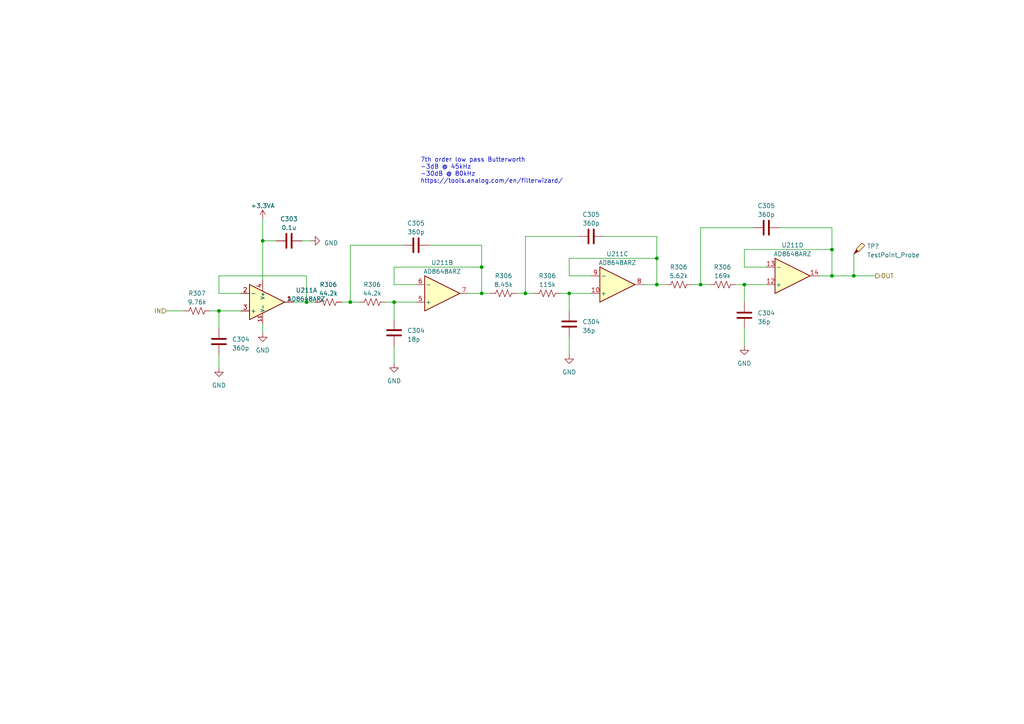
<source format=kicad_sch>
(kicad_sch (version 20230121) (generator eeschema)
  (paper "A4")
  (lib_symbols
    (symbol "Connector:TestPoint_Probe" (pin_numbers hide) (pin_names (offset 0.762) hide)
      (property "Reference" "TP" (at 1.651 5.842 0))
      (property "Value" "TestPoint_Probe" (at 1.651 4.064 0))
      (symbol "TestPoint_Probe_0_1"
        (polyline (pts (xy 1.27 0.762) (xy 0 0) (xy 0.762 1.27) (xy 1.27 0.762)) (fill (type outline)))
        (polyline (pts (xy 1.397 0.635) (xy 0.635 1.397) (xy 2.413 3.175) (xy 3.175 2.413) (xy 1.397 0.635)) (fill (type background)))
      )
      (symbol "TestPoint_Probe_1_1"
        (pin passive line (at 0 0 90) (length 0) (name "1") (number "1"))
      )
    )
    (symbol "Device:C" (pin_numbers hide) (pin_names (offset 0.254))
      (property "Reference" "C" (at 0.635 2.54 0))
      (property "Value" "C" (at 0.635 -2.54 0))
      (symbol "C_0_1"
        (polyline (pts (xy -2.032 -0.762) (xy 2.032 -0.762)) (stroke (width 0.508)))
        (polyline (pts (xy -2.032 0.762) (xy 2.032 0.762)) (stroke (width 0.508)))
      )
      (symbol "C_1_1"
        (pin passive line (at 0 3.81 270) (length 2.794) (name "~") (number "1"))
        (pin passive line (at 0 -3.81 90) (length 2.794) (name "~") (number "2"))
      )
    )
    (symbol "Device:R_US" (pin_numbers hide) (pin_names (offset 0))
      (property "Reference" "R" (at 2.54 0 90))
      (property "Value" "R_US" (at -2.54 0 90))
      (symbol "R_US_0_1"
        (polyline (pts (xy 0 -2.286) (xy 0 -2.54)))
        (polyline (pts (xy 0 2.286) (xy 0 2.54)))
        (polyline (pts (xy 0 -0.762) (xy 1.016 -1.143) (xy 0 -1.524) (xy -1.016 -1.905) (xy 0 -2.286)))
        (polyline (pts (xy 0 0.762) (xy 1.016 0.381) (xy 0 0) (xy -1.016 -0.381) (xy 0 -0.762)))
        (polyline (pts (xy 0 2.286) (xy 1.016 1.905) (xy 0 1.524) (xy -1.016 1.143) (xy 0 0.762)))
      )
      (symbol "R_US_1_1"
        (pin passive line (at 0 3.81 270) (length 1.27) (name "~") (number "1"))
        (pin passive line (at 0 -3.81 90) (length 1.27) (name "~") (number "2"))
      )
    )
    (symbol "PCM_Amplifier_Operational_AKL:AD8648ARZ" (pin_names (offset 0.2))
      (property "Reference" "U" (at 1.27 7.62 0))
      (property "Value" "AD8648ARZ" (at 1.27 5.08 0))
      (symbol "AD8648ARZ_0_1"
        (polyline (pts (xy -3.81 5.08) (xy -3.81 -5.08) (xy 6.35 0) (xy -3.81 5.08)) (stroke (width 0.254)) (fill (type background)))
      )
      (symbol "AD8648ARZ_1_1"
        (pin output line (at 8.89 0 180) (length 2.54) (name "~") (number "1"))
        (pin power_in line (at 0 -6.35 90) (length 3.18) (name "V-") (number "11"))
        (pin input line (at -6.35 2.54 0) (length 2.54) (name "-") (number "2"))
        (pin input line (at -6.35 -2.54 0) (length 2.54) (name "+") (number "3"))
        (pin power_in line (at 0 6.35 270) (length 3.18) (name "V+") (number "4"))
      )
      (symbol "AD8648ARZ_2_1"
        (pin input line (at -6.35 -2.54 0) (length 2.54) (name "+") (number "5"))
        (pin input line (at -6.35 2.54 0) (length 2.54) (name "-") (number "6"))
        (pin output line (at 8.89 0 180) (length 2.54) (name "~") (number "7"))
      )
      (symbol "AD8648ARZ_3_1"
        (pin input line (at -6.35 -2.54 0) (length 2.54) (name "+") (number "10"))
        (pin output line (at 8.89 0 180) (length 2.54) (name "~") (number "8"))
        (pin input line (at -6.35 2.54 0) (length 2.54) (name "-") (number "9"))
      )
      (symbol "AD8648ARZ_4_1"
        (pin input line (at -6.35 -2.54 0) (length 2.54) (name "+") (number "12"))
        (pin input line (at -6.35 2.54 0) (length 2.54) (name "-") (number "13"))
        (pin output line (at 8.89 0 180) (length 2.54) (name "~") (number "14"))
      )
    )
    (symbol "power:+3.3VA" (power) (pin_names (offset 0))
      (property "Value" "+3.3VA" (at 0 3.556 0))
      (symbol "+3.3VA_0_1"
        (polyline (pts (xy -0.762 1.27) (xy 0 2.54)))
        (polyline (pts (xy 0 0) (xy 0 2.54)))
        (polyline (pts (xy 0 2.54) (xy 0.762 1.27)))
      )
      (symbol "+3.3VA_1_1"
        (pin power_in line (at 0 0 90) (length 0) hide (name "+3.3VA") (number "1"))
      )
    )
    (symbol "power:GND" (power) (pin_names (offset 0))
      (property "Value" "GND" (at 0 -3.81 0))
      (symbol "GND_0_1"
        (polyline (pts (xy 0 0) (xy 0 -1.27) (xy 1.27 -1.27) (xy 0 -2.54) (xy -1.27 -1.27) (xy 0 -1.27)))
      )
      (symbol "GND_1_1"
        (pin power_in line (at 0 0 270) (length 0) hide (name "GND") (number "1"))
      )
    )
  )
  (junction (at 247.65 80.01))
  (junction (at 139.7 85.09))
  (junction (at 190.5 74.93))
  (junction (at 101.6 87.63))
  (junction (at 152.4 85.09))
  (junction (at 139.7 77.47))
  (junction (at 88.9 87.63))
  (junction (at 63.5 90.17))
  (junction (at 241.3 80.01))
  (junction (at 215.9 82.55))
  (junction (at 165.1 85.09))
  (junction (at 114.3 87.63))
  (junction (at 190.5 82.55))
  (junction (at 76.2 69.85))
  (junction (at 203.2 82.55))
  (junction (at 241.3 72.39))
  (wire (pts (xy 175.26 68.58) (xy 190.5 68.58)))
  (wire (pts (xy 186.69 82.55) (xy 190.5 82.55)))
  (wire (pts (xy 104.14 87.63) (xy 101.6 87.63)))
  (wire (pts (xy 85.09 87.63) (xy 88.9 87.63)))
  (wire (pts (xy 200.66 82.55) (xy 203.2 82.55)))
  (wire (pts (xy 99.06 87.63) (xy 101.6 87.63)))
  (wire (pts (xy 165.1 85.09) (xy 165.1 90.17)))
  (wire (pts (xy 247.65 73.66) (xy 247.65 80.01)))
  (wire (pts (xy 203.2 82.55) (xy 205.74 82.55)))
  (wire (pts (xy 114.3 82.55) (xy 114.3 77.47)))
  (wire (pts (xy 63.5 102.87) (xy 63.5 106.68)))
  (wire (pts (xy 69.85 85.09) (xy 63.5 85.09)))
  (wire (pts (xy 237.49 80.01) (xy 241.3 80.01)))
  (wire (pts (xy 152.4 85.09) (xy 154.94 85.09)))
  (wire (pts (xy 139.7 85.09) (xy 142.24 85.09)))
  (wire (pts (xy 203.2 66.04) (xy 203.2 82.55)))
  (wire (pts (xy 213.36 82.55) (xy 215.9 82.55)))
  (wire (pts (xy 114.3 87.63) (xy 120.65 87.63)))
  (wire (pts (xy 152.4 68.58) (xy 152.4 85.09)))
  (wire (pts (xy 114.3 77.47) (xy 139.7 77.47)))
  (wire (pts (xy 76.2 69.85) (xy 76.2 81.28)))
  (wire (pts (xy 241.3 72.39) (xy 241.3 80.01)))
  (wire (pts (xy 215.9 72.39) (xy 241.3 72.39)))
  (wire (pts (xy 114.3 87.63) (xy 114.3 92.71)))
  (wire (pts (xy 116.84 71.12) (xy 101.6 71.12)))
  (wire (pts (xy 135.89 85.09) (xy 139.7 85.09)))
  (wire (pts (xy 222.25 77.47) (xy 215.9 77.47)))
  (wire (pts (xy 101.6 71.12) (xy 101.6 87.63)))
  (wire (pts (xy 241.3 80.01) (xy 247.65 80.01)))
  (wire (pts (xy 139.7 77.47) (xy 139.7 85.09)))
  (wire (pts (xy 165.1 97.79) (xy 165.1 102.87)))
  (wire (pts (xy 76.2 69.85) (xy 80.01 69.85)))
  (wire (pts (xy 60.96 90.17) (xy 63.5 90.17)))
  (wire (pts (xy 114.3 100.33) (xy 114.3 105.41)))
  (wire (pts (xy 139.7 71.12) (xy 139.7 77.47)))
  (wire (pts (xy 63.5 85.09) (xy 63.5 80.01)))
  (wire (pts (xy 215.9 82.55) (xy 215.9 87.63)))
  (wire (pts (xy 63.5 90.17) (xy 69.85 90.17)))
  (wire (pts (xy 88.9 80.01) (xy 88.9 87.63)))
  (wire (pts (xy 48.26 90.17) (xy 53.34 90.17)))
  (wire (pts (xy 241.3 66.04) (xy 241.3 72.39)))
  (wire (pts (xy 162.56 85.09) (xy 165.1 85.09)))
  (wire (pts (xy 76.2 63.5) (xy 76.2 69.85)))
  (wire (pts (xy 165.1 80.01) (xy 165.1 74.93)))
  (wire (pts (xy 76.2 93.98) (xy 76.2 96.52)))
  (wire (pts (xy 120.65 82.55) (xy 114.3 82.55)))
  (wire (pts (xy 190.5 82.55) (xy 193.04 82.55)))
  (wire (pts (xy 88.9 87.63) (xy 91.44 87.63)))
  (wire (pts (xy 111.76 87.63) (xy 114.3 87.63)))
  (wire (pts (xy 165.1 74.93) (xy 190.5 74.93)))
  (wire (pts (xy 218.44 66.04) (xy 203.2 66.04)))
  (wire (pts (xy 171.45 80.01) (xy 165.1 80.01)))
  (wire (pts (xy 63.5 80.01) (xy 88.9 80.01)))
  (wire (pts (xy 190.5 74.93) (xy 190.5 82.55)))
  (wire (pts (xy 215.9 82.55) (xy 222.25 82.55)))
  (wire (pts (xy 165.1 85.09) (xy 171.45 85.09)))
  (wire (pts (xy 63.5 90.17) (xy 63.5 95.25)))
  (wire (pts (xy 167.64 68.58) (xy 152.4 68.58)))
  (wire (pts (xy 124.46 71.12) (xy 139.7 71.12)))
  (wire (pts (xy 190.5 68.58) (xy 190.5 74.93)))
  (wire (pts (xy 215.9 95.25) (xy 215.9 100.33)))
  (wire (pts (xy 215.9 77.47) (xy 215.9 72.39)))
  (wire (pts (xy 87.63 69.85) (xy 90.17 69.85)))
  (wire (pts (xy 226.06 66.04) (xy 241.3 66.04)))
  (wire (pts (xy 247.65 80.01) (xy 254 80.01)))
  (wire (pts (xy 149.86 85.09) (xy 152.4 85.09)))
  (text "7th order low pass Butterworth\n-3dB @ 45kHz\n-30dB @ 80kHz\nhttps://tools.analog.com/en/filterwizard/" (at 121.92 53.34 0) (effects (font (size 1.27 1.27)) (justify left bottom)))
  (hierarchical_label "IN" (shape input) (at 48.26 90.17 180))
  (hierarchical_label "OUT" (shape output) (at 254 80.01 0))
  (symbol (lib_id "power:GND") (at 114.3 105.41 0) (unit 1)
    (property "Reference" "#PWR0205" (effects hide))
    (property "Value" "GND" (at 114.3 110.49 0))
    (instances (project "hydrophone board" (path "" (reference "#PWR0205") (unit 1)) (path "" (reference "#PWR0306") (unit 1)) (path "" (reference "#PWR0216") (unit 1)) (path "" (reference "#PWR0226") (unit 1)) (path "" (reference "#PWR0236") (unit 1)) (path "" (reference "#PWR0246") (unit 1))))
  )
  (symbol (lib_id "power:GND") (at 63.5 106.68 0) (unit 1)
    (property "Reference" "#PWR0205" (effects hide))
    (property "Value" "GND" (at 63.5 111.76 0))
    (instances (project "hydrophone board" (path "" (reference "#PWR0205") (unit 1)) (path "" (reference "#PWR0306") (unit 1)) (path "" (reference "#PWR0217") (unit 1)) (path "" (reference "#PWR0227") (unit 1)) (path "" (reference "#PWR0237") (unit 1)) (path "" (reference "#PWR0247") (unit 1))))
  )
  (symbol (lib_id "Device:R_US") (at 209.55 82.55 90) (unit 1)
    (property "Reference" "R306" (at 209.55 77.47 90))
    (property "Value" "169k" (at 209.55 80.01 90))
    (property "Footprint" "Resistor_SMD:R_0603_1608Metric" (effects hide))
    (instances (project "hydrophone board" (path "" (reference "R306") (unit 1)) (path "" (reference "R212") (unit 1)) (path "" (reference "R222") (unit 1)) (path "" (reference "R232") (unit 1)) (path "" (reference "R242") (unit 1))))
  )
  (symbol (lib_id "power:GND") (at 76.2 96.52 0) (unit 1)
    (property "Reference" "#PWR0205" (effects hide))
    (property "Value" "GND" (at 76.2 101.6 0))
    (instances (project "hydrophone board" (path "" (reference "#PWR0205") (unit 1)) (path "" (reference "#PWR0307") (unit 1)) (path "" (reference "#PWR0213") (unit 1)) (path "" (reference "#PWR0223") (unit 1)) (path "" (reference "#PWR0233") (unit 1)) (path "" (reference "#PWR0243") (unit 1))))
  )
  (symbol (lib_id "Device:C") (at 215.9 91.44 180) (unit 1)
    (property "Reference" "C304" (at 219.71 90.805 0) (effects (justify right)))
    (property "Value" "36p" (at 219.71 93.345 0) (effects (justify right)))
    (property "Footprint" "Capacitor_SMD:C_0603_1608Metric" (effects hide))
    (instances (project "hydrophone board" (path "" (reference "C304") (unit 1)) (path "" (reference "C215") (unit 1)) (path "" (reference "C225") (unit 1)) (path "" (reference "C235") (unit 1)) (path "" (reference "C245") (unit 1))))
  )
  (symbol (lib_id "PCM_Amplifier_Operational_AKL:AD8648ARZ") (at 177.8 82.55 0) (unit 3)
    (property "Reference" "U211" (at 179.07 73.66 0))
    (property "Value" "AD8648ARZ" (at 179.07 76.2 0))
    (property "Footprint" "Package_SO_AKL:SOIC-14_3.9x8.7mm_P1.27mm" (effects hide))
    (property "Datasheet" "https://www.tme.eu/Document/12fd2e1232fcdafb52a8e5625498e72d/ad8646.pdf" (effects hide))
    (instances (project "hydrophone board" (path "" (reference "U211") (unit 3)) (path "" (reference "U221") (unit 3)) (path "" (reference "U231") (unit 3)) (path "" (reference "U241") (unit 3))))
  )
  (symbol (lib_id "Device:R_US") (at 95.25 87.63 90) (unit 1)
    (property "Reference" "R306" (at 95.25 82.55 90))
    (property "Value" "44.2k" (at 95.25 85.09 90))
    (property "Footprint" "Resistor_SMD:R_0603_1608Metric" (effects hide))
    (instances (project "hydrophone board" (path "" (reference "R306") (unit 1)) (path "" (reference "R215") (unit 1)) (path "" (reference "R225") (unit 1)) (path "" (reference "R235") (unit 1)) (path "" (reference "R245") (unit 1))))
  )
  (symbol (lib_id "Connector:TestPoint_Probe") (at 247.65 73.66 0) (unit 1)
    (property "Reference" "TP?" (at 251.46 71.4375 0) (effects (justify left)))
    (property "Value" "TestPoint_Probe" (at 251.46 73.9775 0) (effects (justify left)))
    (property "Footprint" "Connector_PinHeader_2.54mm:PinHeader_1x01_P2.54mm_Vertical" (effects hide))
    (instances (project "hydrophone board" (path "" (reference "TP?") (unit 1)) (path "" (reference "TP301") (unit 1)) (path "" (reference "TP211") (unit 1)) (path "" (reference "TP221") (unit 1)) (path "" (reference "TP231") (unit 1)) (path "" (reference "TP241") (unit 1))))
  )
  (symbol (lib_id "Device:R_US") (at 107.95 87.63 90) (unit 1)
    (property "Reference" "R306" (at 107.95 82.55 90))
    (property "Value" "44.2k" (at 107.95 85.09 90))
    (property "Footprint" "Resistor_SMD:R_0603_1608Metric" (effects hide))
    (instances (project "hydrophone board" (path "" (reference "R306") (unit 1)) (path "" (reference "R216") (unit 1)) (path "" (reference "R226") (unit 1)) (path "" (reference "R236") (unit 1)) (path "" (reference "R246") (unit 1))))
  )
  (symbol (lib_id "Device:C") (at 222.25 66.04 270) (unit 1)
    (property "Reference" "C305" (at 222.25 59.69 90))
    (property "Value" "360p" (at 222.25 62.23 90))
    (property "Footprint" "Capacitor_SMD:C_0603_1608Metric" (effects hide))
    (instances (project "hydrophone board" (path "" (reference "C305") (unit 1)) (path "" (reference "C211") (unit 1)) (path "" (reference "C221") (unit 1)) (path "" (reference "C231") (unit 1)) (path "" (reference "C241") (unit 1))))
  )
  (symbol (lib_id "PCM_Amplifier_Operational_AKL:AD8648ARZ") (at 76.2 87.63 0) (unit 1)
    (property "Reference" "U211" (at 88.9 84.2011 0))
    (property "Value" "AD8648ARZ" (at 88.9 86.7411 0))
    (property "Footprint" "Package_SO_AKL:SOIC-14_3.9x8.7mm_P1.27mm" (effects hide))
    (property "Datasheet" "https://www.tme.eu/Document/12fd2e1232fcdafb52a8e5625498e72d/ad8646.pdf" (effects hide))
    (instances (project "hydrophone board" (path "" (reference "U211") (unit 1)) (path "" (reference "U221") (unit 1)) (path "" (reference "U231") (unit 1)) (path "" (reference "U241") (unit 1))))
  )
  (symbol (lib_id "Device:R_US") (at 158.75 85.09 90) (unit 1)
    (property "Reference" "R306" (at 158.75 80.01 90))
    (property "Value" "115k" (at 158.75 82.55 90))
    (property "Footprint" "Resistor_SMD:R_0603_1608Metric" (effects hide))
    (instances (project "hydrophone board" (path "" (reference "R306") (unit 1)) (path "" (reference "R214") (unit 1)) (path "" (reference "R224") (unit 1)) (path "" (reference "R234") (unit 1)) (path "" (reference "R244") (unit 1))))
  )
  (symbol (lib_id "power:GND") (at 215.9 100.33 0) (unit 1)
    (property "Reference" "#PWR0205" (effects hide))
    (property "Value" "GND" (at 215.9 105.41 0))
    (instances (project "hydrophone board" (path "" (reference "#PWR0205") (unit 1)) (path "" (reference "#PWR0306") (unit 1)) (path "" (reference "#PWR0214") (unit 1)) (path "" (reference "#PWR0224") (unit 1)) (path "" (reference "#PWR0234") (unit 1)) (path "" (reference "#PWR0244") (unit 1))))
  )
  (symbol (lib_id "Device:C") (at 83.82 69.85 90) (unit 1)
    (property "Reference" "C303" (at 83.82 63.5 90))
    (property "Value" "0.1u" (at 83.82 66.04 90))
    (property "Footprint" "Capacitor_SMD:C_0603_1608Metric" (effects hide))
    (instances (project "hydrophone board" (path "" (reference "C303") (unit 1)) (path "" (reference "C213") (unit 1)) (path "" (reference "C223") (unit 1)) (path "" (reference "C233") (unit 1)) (path "" (reference "C243") (unit 1))))
  )
  (symbol (lib_id "Device:R_US") (at 146.05 85.09 90) (unit 1)
    (property "Reference" "R306" (at 146.05 80.01 90))
    (property "Value" "8.45k" (at 146.05 82.55 90))
    (property "Footprint" "Resistor_SMD:R_0603_1608Metric" (effects hide))
    (instances (project "hydrophone board" (path "" (reference "R306") (unit 1)) (path "" (reference "R213") (unit 1)) (path "" (reference "R223") (unit 1)) (path "" (reference "R233") (unit 1)) (path "" (reference "R243") (unit 1))))
  )
  (symbol (lib_id "Device:C") (at 63.5 99.06 180) (unit 1)
    (property "Reference" "C304" (at 67.31 98.425 0) (effects (justify right)))
    (property "Value" "360p" (at 67.31 100.965 0) (effects (justify right)))
    (property "Footprint" "Capacitor_SMD:C_0603_1608Metric" (effects hide))
    (instances (project "hydrophone board" (path "" (reference "C304") (unit 1)) (path "" (reference "C218") (unit 1)) (path "" (reference "C228") (unit 1)) (path "" (reference "C238") (unit 1)) (path "" (reference "C248") (unit 1))))
  )
  (symbol (lib_id "PCM_Amplifier_Operational_AKL:AD8648ARZ") (at 127 85.09 0) (unit 2)
    (property "Reference" "U211" (at 128.27 76.2 0))
    (property "Value" "AD8648ARZ" (at 128.27 78.74 0))
    (property "Footprint" "Package_SO_AKL:SOIC-14_3.9x8.7mm_P1.27mm" (effects hide))
    (property "Datasheet" "https://www.tme.eu/Document/12fd2e1232fcdafb52a8e5625498e72d/ad8646.pdf" (effects hide))
    (instances (project "hydrophone board" (path "" (reference "U211") (unit 2)) (path "" (reference "U221") (unit 2)) (path "" (reference "U231") (unit 2)) (path "" (reference "U241") (unit 2))))
  )
  (symbol (lib_id "Device:R_US") (at 57.15 90.17 90) (unit 1)
    (property "Reference" "R307" (at 57.15 85.09 90))
    (property "Value" "9.76k" (at 57.15 87.63 90))
    (property "Footprint" "Resistor_SMD:R_0603_1608Metric" (effects hide))
    (instances (project "hydrophone board" (path "" (reference "R307") (unit 1)) (path "" (reference "R217") (unit 1)) (path "" (reference "R227") (unit 1)) (path "" (reference "R237") (unit 1)) (path "" (reference "R247") (unit 1))))
  )
  (symbol (lib_id "Device:R_US") (at 196.85 82.55 90) (unit 1)
    (property "Reference" "R306" (at 196.85 77.47 90))
    (property "Value" "5.62k" (at 196.85 80.01 90))
    (property "Footprint" "Resistor_SMD:R_0603_1608Metric" (effects hide))
    (instances (project "hydrophone board" (path "" (reference "R306") (unit 1)) (path "" (reference "R211") (unit 1)) (path "" (reference "R221") (unit 1)) (path "" (reference "R231") (unit 1)) (path "" (reference "R241") (unit 1))))
  )
  (symbol (lib_id "power:+3.3VA") (at 76.2 63.5 0) (unit 1)
    (property "Reference" "#PWR0401" (effects hide))
    (property "Value" "+3.3VA" (at 76.2 59.69 0))
    (instances (project "hydrophone board" (path "" (reference "#PWR0401") (unit 1)) (path "" (reference "#PWR0304") (unit 1)) (path "" (reference "#PWR0211") (unit 1)) (path "" (reference "#PWR0221") (unit 1)) (path "" (reference "#PWR0231") (unit 1)) (path "" (reference "#PWR0241") (unit 1))))
  )
  (symbol (lib_id "Device:C") (at 120.65 71.12 270) (unit 1)
    (property "Reference" "C305" (at 120.65 64.77 90))
    (property "Value" "360p" (at 120.65 67.31 90))
    (property "Footprint" "Capacitor_SMD:C_0603_1608Metric" (effects hide))
    (instances (project "hydrophone board" (path "" (reference "C305") (unit 1)) (path "" (reference "C214") (unit 1)) (path "" (reference "C224") (unit 1)) (path "" (reference "C234") (unit 1)) (path "" (reference "C244") (unit 1))))
  )
  (symbol (lib_id "Device:C") (at 114.3 96.52 180) (unit 1)
    (property "Reference" "C304" (at 118.11 95.885 0) (effects (justify right)))
    (property "Value" "18p" (at 118.11 98.425 0) (effects (justify right)))
    (property "Footprint" "Capacitor_SMD:C_0603_1608Metric" (effects hide))
    (instances (project "hydrophone board" (path "" (reference "C304") (unit 1)) (path "" (reference "C217") (unit 1)) (path "" (reference "C227") (unit 1)) (path "" (reference "C237") (unit 1)) (path "" (reference "C247") (unit 1))))
  )
  (symbol (lib_id "power:GND") (at 165.1 102.87 0) (unit 1)
    (property "Reference" "#PWR0205" (effects hide))
    (property "Value" "GND" (at 165.1 107.95 0))
    (instances (project "hydrophone board" (path "" (reference "#PWR0205") (unit 1)) (path "" (reference "#PWR0306") (unit 1)) (path "" (reference "#PWR0215") (unit 1)) (path "" (reference "#PWR0225") (unit 1)) (path "" (reference "#PWR0235") (unit 1)) (path "" (reference "#PWR0245") (unit 1))))
  )
  (symbol (lib_id "power:GND") (at 90.17 69.85 90) (unit 1)
    (property "Reference" "#PWR0205" (effects hide))
    (property "Value" "GND" (at 93.98 70.485 90) (effects (justify right)))
    (instances (project "hydrophone board" (path "" (reference "#PWR0205") (unit 1)) (path "" (reference "#PWR0307") (unit 1)) (path "" (reference "#PWR0212") (unit 1)) (path "" (reference "#PWR0222") (unit 1)) (path "" (reference "#PWR0232") (unit 1)) (path "" (reference "#PWR0242") (unit 1))))
  )
  (symbol (lib_id "Device:C") (at 165.1 93.98 180) (unit 1)
    (property "Reference" "C304" (at 168.91 93.345 0) (effects (justify right)))
    (property "Value" "36p" (at 168.91 95.885 0) (effects (justify right)))
    (property "Footprint" "Capacitor_SMD:C_0603_1608Metric" (effects hide))
    (instances (project "hydrophone board" (path "" (reference "C304") (unit 1)) (path "" (reference "C216") (unit 1)) (path "" (reference "C226") (unit 1)) (path "" (reference "C236") (unit 1)) (path "" (reference "C246") (unit 1))))
  )
  (symbol (lib_id "Device:C") (at 171.45 68.58 270) (unit 1)
    (property "Reference" "C305" (at 171.45 62.23 90))
    (property "Value" "360p" (at 171.45 64.77 90))
    (property "Footprint" "Capacitor_SMD:C_0603_1608Metric" (effects hide))
    (instances (project "hydrophone board" (path "" (reference "C305") (unit 1)) (path "" (reference "C212") (unit 1)) (path "" (reference "C222") (unit 1)) (path "" (reference "C232") (unit 1)) (path "" (reference "C242") (unit 1))))
  )
  (symbol (lib_id "PCM_Amplifier_Operational_AKL:AD8648ARZ") (at 228.6 80.01 0) (unit 4)
    (property "Reference" "U211" (at 229.87 71.12 0))
    (property "Value" "AD8648ARZ" (at 229.87 73.66 0))
    (property "Footprint" "Package_SO_AKL:SOIC-14_3.9x8.7mm_P1.27mm" (effects hide))
    (property "Datasheet" "https://www.tme.eu/Document/12fd2e1232fcdafb52a8e5625498e72d/ad8646.pdf" (effects hide))
    (instances (project "hydrophone board" (path "" (reference "U211") (unit 4)) (path "" (reference "U221") (unit 4)) (path "" (reference "U231") (unit 4)) (path "" (reference "U241") (unit 4))))
  )
)
</source>
